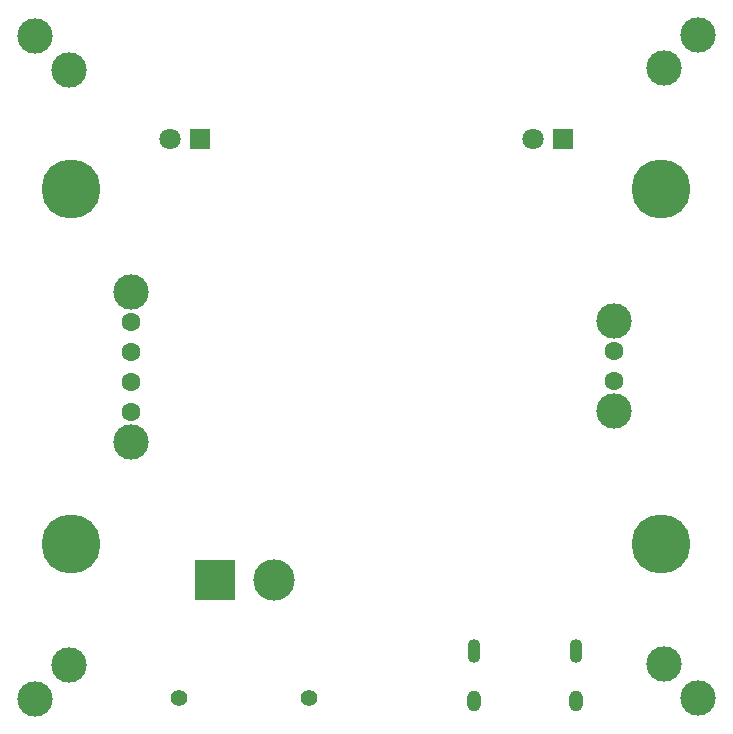
<source format=gbs>
G04 #@! TF.GenerationSoftware,KiCad,Pcbnew,9.0.3*
G04 #@! TF.CreationDate,2026-01-20T11:30:40+07:00*
G04 #@! TF.ProjectId,Mini_drone_PCB,4d696e69-5f64-4726-9f6e-655f5043422e,rev?*
G04 #@! TF.SameCoordinates,Original*
G04 #@! TF.FileFunction,Soldermask,Bot*
G04 #@! TF.FilePolarity,Negative*
%FSLAX46Y46*%
G04 Gerber Fmt 4.6, Leading zero omitted, Abs format (unit mm)*
G04 Created by KiCad (PCBNEW 9.0.3) date 2026-01-20 11:30:40*
%MOMM*%
%LPD*%
G01*
G04 APERTURE LIST*
%ADD10C,3.000000*%
%ADD11C,1.600000*%
%ADD12C,5.000000*%
%ADD13O,1.100000X2.000000*%
%ADD14O,1.200000X1.800000*%
%ADD15C,3.500000*%
%ADD16R,3.500000X3.500000*%
%ADD17C,1.400000*%
%ADD18C,1.800000*%
%ADD19R,1.800000X1.800000*%
G04 APERTURE END LIST*
D10*
G04 #@! TO.C,J3*
X120072713Y-93545718D03*
D11*
X120072714Y-96085718D03*
X120072713Y-98625718D03*
X120072713Y-101165718D03*
X120072713Y-103705718D03*
D10*
X120072713Y-106245717D03*
G04 #@! TD*
G04 #@! TO.C,J2*
X160988200Y-103672993D03*
D11*
X160988199Y-101132993D03*
X160988200Y-98592993D03*
D10*
X160988200Y-96052993D03*
G04 #@! TD*
D12*
G04 #@! TO.C,H3*
X165000002Y-114857863D03*
G04 #@! TD*
D10*
G04 #@! TO.C,J6*
X168100000Y-71800000D03*
X165271573Y-74628427D03*
G04 #@! TD*
D12*
G04 #@! TO.C,H4*
X115000003Y-84857863D03*
G04 #@! TD*
D10*
G04 #@! TO.C,J5*
X112000000Y-71900000D03*
X114828427Y-74728427D03*
G04 #@! TD*
G04 #@! TO.C,J7*
X112000000Y-128000000D03*
X114828427Y-125171573D03*
G04 #@! TD*
G04 #@! TO.C,J4*
X168100000Y-127900000D03*
X165271573Y-125071573D03*
G04 #@! TD*
D12*
G04 #@! TO.C,H1*
X165000002Y-84857863D03*
G04 #@! TD*
D13*
G04 #@! TO.C,USB1*
X149175000Y-123986500D03*
D14*
X149175000Y-128186500D03*
D13*
X157825000Y-123986500D03*
D14*
X157825000Y-128186500D03*
G04 #@! TD*
D12*
G04 #@! TO.C,H2*
X115000002Y-114857863D03*
G04 #@! TD*
D15*
G04 #@! TO.C,J1*
X132200000Y-117925000D03*
D16*
X127200000Y-117925000D03*
D17*
X124200000Y-127925000D03*
X135200000Y-127925000D03*
G04 #@! TD*
D18*
G04 #@! TO.C,D1*
X123400000Y-80575000D03*
D19*
X125940000Y-80575000D03*
G04 #@! TD*
D18*
G04 #@! TO.C,D9*
X154130001Y-80575000D03*
D19*
X156670001Y-80575000D03*
G04 #@! TD*
M02*

</source>
